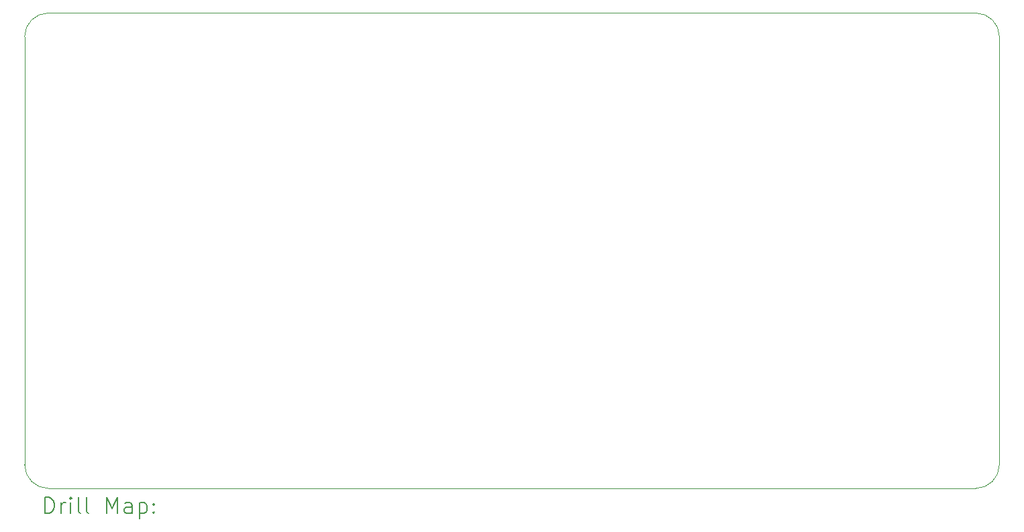
<source format=gbr>
%TF.GenerationSoftware,KiCad,Pcbnew,7.0.11-7.0.11~ubuntu22.04.1*%
%TF.CreationDate,2024-03-21T10:39:04+01:00*%
%TF.ProjectId,displayshield,64697370-6c61-4797-9368-69656c642e6b,rev?*%
%TF.SameCoordinates,Original*%
%TF.FileFunction,Drillmap*%
%TF.FilePolarity,Positive*%
%FSLAX45Y45*%
G04 Gerber Fmt 4.5, Leading zero omitted, Abs format (unit mm)*
G04 Created by KiCad (PCBNEW 7.0.11-7.0.11~ubuntu22.04.1) date 2024-03-21 10:39:04*
%MOMM*%
%LPD*%
G01*
G04 APERTURE LIST*
%ADD10C,0.050000*%
%ADD11C,0.200000*%
G04 APERTURE END LIST*
D10*
X10300000Y-11300000D02*
X10300000Y-5900000D01*
X10600000Y-5600000D02*
X22300000Y-5600000D01*
X10600000Y-5600000D02*
G75*
G03*
X10300000Y-5900000I0J-300000D01*
G01*
X22600000Y-5900000D02*
X22600000Y-11300000D01*
X22300000Y-11600000D02*
X10600000Y-11600000D01*
X22600000Y-5900000D02*
G75*
G03*
X22300000Y-5600000I-300000J0D01*
G01*
X22300000Y-11600000D02*
G75*
G03*
X22600000Y-11300000I0J300000D01*
G01*
X10300000Y-11300000D02*
G75*
G03*
X10600000Y-11600000I300000J0D01*
G01*
D11*
X10558277Y-11913984D02*
X10558277Y-11713984D01*
X10558277Y-11713984D02*
X10605896Y-11713984D01*
X10605896Y-11713984D02*
X10634467Y-11723508D01*
X10634467Y-11723508D02*
X10653515Y-11742555D01*
X10653515Y-11742555D02*
X10663039Y-11761603D01*
X10663039Y-11761603D02*
X10672563Y-11799698D01*
X10672563Y-11799698D02*
X10672563Y-11828269D01*
X10672563Y-11828269D02*
X10663039Y-11866365D01*
X10663039Y-11866365D02*
X10653515Y-11885412D01*
X10653515Y-11885412D02*
X10634467Y-11904460D01*
X10634467Y-11904460D02*
X10605896Y-11913984D01*
X10605896Y-11913984D02*
X10558277Y-11913984D01*
X10758277Y-11913984D02*
X10758277Y-11780650D01*
X10758277Y-11818746D02*
X10767801Y-11799698D01*
X10767801Y-11799698D02*
X10777324Y-11790174D01*
X10777324Y-11790174D02*
X10796372Y-11780650D01*
X10796372Y-11780650D02*
X10815420Y-11780650D01*
X10882086Y-11913984D02*
X10882086Y-11780650D01*
X10882086Y-11713984D02*
X10872563Y-11723508D01*
X10872563Y-11723508D02*
X10882086Y-11733031D01*
X10882086Y-11733031D02*
X10891610Y-11723508D01*
X10891610Y-11723508D02*
X10882086Y-11713984D01*
X10882086Y-11713984D02*
X10882086Y-11733031D01*
X11005896Y-11913984D02*
X10986848Y-11904460D01*
X10986848Y-11904460D02*
X10977324Y-11885412D01*
X10977324Y-11885412D02*
X10977324Y-11713984D01*
X11110658Y-11913984D02*
X11091610Y-11904460D01*
X11091610Y-11904460D02*
X11082086Y-11885412D01*
X11082086Y-11885412D02*
X11082086Y-11713984D01*
X11339229Y-11913984D02*
X11339229Y-11713984D01*
X11339229Y-11713984D02*
X11405896Y-11856841D01*
X11405896Y-11856841D02*
X11472562Y-11713984D01*
X11472562Y-11713984D02*
X11472562Y-11913984D01*
X11653515Y-11913984D02*
X11653515Y-11809222D01*
X11653515Y-11809222D02*
X11643991Y-11790174D01*
X11643991Y-11790174D02*
X11624943Y-11780650D01*
X11624943Y-11780650D02*
X11586848Y-11780650D01*
X11586848Y-11780650D02*
X11567801Y-11790174D01*
X11653515Y-11904460D02*
X11634467Y-11913984D01*
X11634467Y-11913984D02*
X11586848Y-11913984D01*
X11586848Y-11913984D02*
X11567801Y-11904460D01*
X11567801Y-11904460D02*
X11558277Y-11885412D01*
X11558277Y-11885412D02*
X11558277Y-11866365D01*
X11558277Y-11866365D02*
X11567801Y-11847317D01*
X11567801Y-11847317D02*
X11586848Y-11837793D01*
X11586848Y-11837793D02*
X11634467Y-11837793D01*
X11634467Y-11837793D02*
X11653515Y-11828269D01*
X11748753Y-11780650D02*
X11748753Y-11980650D01*
X11748753Y-11790174D02*
X11767801Y-11780650D01*
X11767801Y-11780650D02*
X11805896Y-11780650D01*
X11805896Y-11780650D02*
X11824943Y-11790174D01*
X11824943Y-11790174D02*
X11834467Y-11799698D01*
X11834467Y-11799698D02*
X11843991Y-11818746D01*
X11843991Y-11818746D02*
X11843991Y-11875888D01*
X11843991Y-11875888D02*
X11834467Y-11894936D01*
X11834467Y-11894936D02*
X11824943Y-11904460D01*
X11824943Y-11904460D02*
X11805896Y-11913984D01*
X11805896Y-11913984D02*
X11767801Y-11913984D01*
X11767801Y-11913984D02*
X11748753Y-11904460D01*
X11929705Y-11894936D02*
X11939229Y-11904460D01*
X11939229Y-11904460D02*
X11929705Y-11913984D01*
X11929705Y-11913984D02*
X11920182Y-11904460D01*
X11920182Y-11904460D02*
X11929705Y-11894936D01*
X11929705Y-11894936D02*
X11929705Y-11913984D01*
X11929705Y-11790174D02*
X11939229Y-11799698D01*
X11939229Y-11799698D02*
X11929705Y-11809222D01*
X11929705Y-11809222D02*
X11920182Y-11799698D01*
X11920182Y-11799698D02*
X11929705Y-11790174D01*
X11929705Y-11790174D02*
X11929705Y-11809222D01*
M02*

</source>
